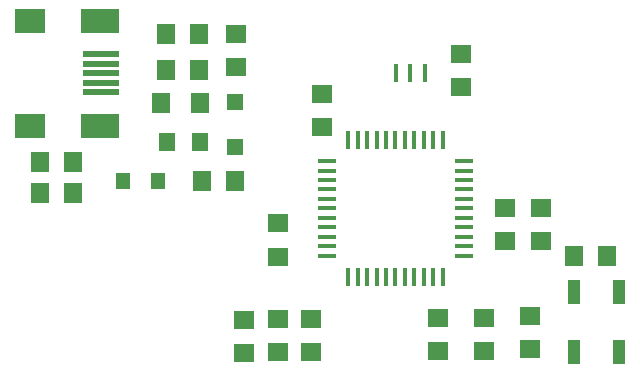
<source format=gtp>
G75*
%MOIN*%
%OFA0B0*%
%FSLAX24Y24*%
%IPPOS*%
%LPD*%
%AMOC8*
5,1,8,0,0,1.08239X$1,22.5*
%
%ADD10R,0.0709X0.0630*%
%ADD11R,0.0630X0.0710*%
%ADD12R,0.0472X0.0551*%
%ADD13R,0.0710X0.0630*%
%ADD14R,0.0630X0.0709*%
%ADD15R,0.0551X0.0551*%
%ADD16R,0.0551X0.0630*%
%ADD17R,0.0591X0.0138*%
%ADD18R,0.0138X0.0591*%
%ADD19R,0.1220X0.0197*%
%ADD20R,0.0984X0.0787*%
%ADD21R,0.1299X0.0787*%
%ADD22R,0.0394X0.0787*%
%ADD23R,0.0130X0.0630*%
D10*
X008400Y005899D03*
X008400Y007001D03*
X009550Y007026D03*
X010650Y007026D03*
X010650Y005924D03*
X009550Y005924D03*
X014875Y005974D03*
X014875Y007076D03*
X016400Y007076D03*
X016400Y005974D03*
X017100Y009624D03*
X017100Y010726D03*
X018300Y010726D03*
X018300Y009624D03*
X015625Y014774D03*
X015625Y015876D03*
X011000Y014526D03*
X011000Y013424D03*
X008150Y015424D03*
X008150Y016526D03*
D11*
X006910Y016525D03*
X005790Y016525D03*
X005790Y015325D03*
X006910Y015325D03*
X006990Y011625D03*
X008110Y011625D03*
X002710Y011225D03*
X001590Y011225D03*
D12*
X004359Y011625D03*
X005541Y011625D03*
D13*
X009550Y010235D03*
X009550Y009115D03*
X017950Y007147D03*
X017950Y006028D03*
D14*
X019399Y009125D03*
X020501Y009125D03*
X006951Y014225D03*
X005649Y014225D03*
X002701Y012275D03*
X001599Y012275D03*
D15*
X008100Y012777D03*
X008100Y014273D03*
D16*
X006951Y012925D03*
X005849Y012925D03*
D17*
X011167Y012300D03*
X011167Y011985D03*
X011167Y011670D03*
X011167Y011355D03*
X011167Y011040D03*
X011167Y010725D03*
X011167Y010410D03*
X011167Y010095D03*
X011167Y009780D03*
X011167Y009465D03*
X011167Y009150D03*
X015733Y009150D03*
X015733Y009465D03*
X015733Y009780D03*
X015733Y010095D03*
X015733Y010410D03*
X015733Y010725D03*
X015733Y011040D03*
X015733Y011355D03*
X015733Y011670D03*
X015733Y011985D03*
X015733Y012300D03*
D18*
X015025Y013008D03*
X014710Y013008D03*
X014395Y013008D03*
X014080Y013008D03*
X013765Y013008D03*
X013450Y013008D03*
X013135Y013008D03*
X012820Y013008D03*
X012505Y013008D03*
X012190Y013008D03*
X011875Y013008D03*
X011875Y008442D03*
X012190Y008442D03*
X012505Y008442D03*
X012820Y008442D03*
X013135Y008442D03*
X013450Y008442D03*
X013765Y008442D03*
X014080Y008442D03*
X014395Y008442D03*
X014710Y008442D03*
X015025Y008442D03*
D19*
X003631Y014595D03*
X003631Y014910D03*
X003631Y015225D03*
X003631Y015540D03*
X003631Y015855D03*
D20*
X001269Y016977D03*
X001269Y013473D03*
D21*
X003592Y013473D03*
X003592Y016977D03*
D22*
X019400Y007925D03*
X020900Y007925D03*
X020900Y005925D03*
X019400Y005925D03*
D23*
X014422Y015225D03*
X013950Y015225D03*
X013478Y015225D03*
M02*

</source>
